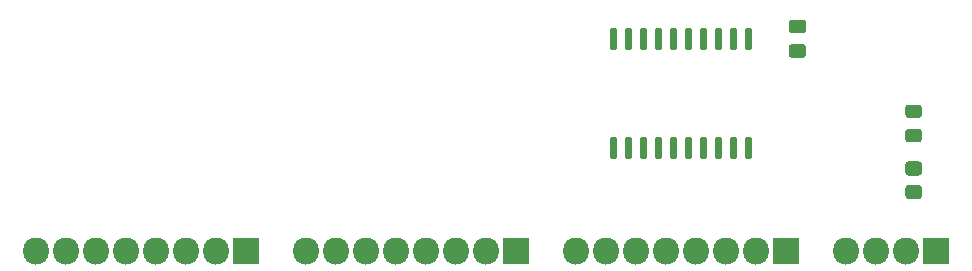
<source format=gbr>
G04 #@! TF.GenerationSoftware,KiCad,Pcbnew,(5.1.8)-1*
G04 #@! TF.CreationDate,2023-05-14T15:25:30+03:00*
G04 #@! TF.ProjectId,MOV,4d4f562e-6b69-4636-9164-5f7063625858,rev?*
G04 #@! TF.SameCoordinates,PX3a22d00PY2626d88*
G04 #@! TF.FileFunction,Soldermask,Top*
G04 #@! TF.FilePolarity,Negative*
%FSLAX46Y46*%
G04 Gerber Fmt 4.6, Leading zero omitted, Abs format (unit mm)*
G04 Created by KiCad (PCBNEW (5.1.8)-1) date 2023-05-14 15:25:30*
%MOMM*%
%LPD*%
G01*
G04 APERTURE LIST*
%ADD10O,2.200000X2.300000*%
%ADD11R,2.200000X2.300000*%
G04 APERTURE END LIST*
D10*
X71120000Y-24130000D03*
X73660000Y-24130000D03*
X76200000Y-24130000D03*
D11*
X78740000Y-24130000D03*
D10*
X48260000Y-24130000D03*
X50800000Y-24130000D03*
X53340000Y-24130000D03*
X55880000Y-24130000D03*
X58420000Y-24130000D03*
X60960000Y-24130000D03*
X63500000Y-24130000D03*
D11*
X66040000Y-24130000D03*
D10*
X25400000Y-24130000D03*
X27940000Y-24130000D03*
X30480000Y-24130000D03*
X33020000Y-24130000D03*
X35560000Y-24130000D03*
X38100000Y-24130000D03*
X40640000Y-24130000D03*
D11*
X43180000Y-24130000D03*
D10*
X2540000Y-24130000D03*
X5080000Y-24130000D03*
X7620000Y-24130000D03*
X10160000Y-24130000D03*
X12700000Y-24130000D03*
X15240000Y-24130000D03*
X17780000Y-24130000D03*
D11*
X20320000Y-24130000D03*
G36*
G01*
X62715000Y-5245000D02*
X63015000Y-5245000D01*
G75*
G02*
X63165000Y-5395000I0J-150000D01*
G01*
X63165000Y-6995000D01*
G75*
G02*
X63015000Y-7145000I-150000J0D01*
G01*
X62715000Y-7145000D01*
G75*
G02*
X62565000Y-6995000I0J150000D01*
G01*
X62565000Y-5395000D01*
G75*
G02*
X62715000Y-5245000I150000J0D01*
G01*
G37*
G36*
G01*
X61445000Y-5245000D02*
X61745000Y-5245000D01*
G75*
G02*
X61895000Y-5395000I0J-150000D01*
G01*
X61895000Y-6995000D01*
G75*
G02*
X61745000Y-7145000I-150000J0D01*
G01*
X61445000Y-7145000D01*
G75*
G02*
X61295000Y-6995000I0J150000D01*
G01*
X61295000Y-5395000D01*
G75*
G02*
X61445000Y-5245000I150000J0D01*
G01*
G37*
G36*
G01*
X60175000Y-5245000D02*
X60475000Y-5245000D01*
G75*
G02*
X60625000Y-5395000I0J-150000D01*
G01*
X60625000Y-6995000D01*
G75*
G02*
X60475000Y-7145000I-150000J0D01*
G01*
X60175000Y-7145000D01*
G75*
G02*
X60025000Y-6995000I0J150000D01*
G01*
X60025000Y-5395000D01*
G75*
G02*
X60175000Y-5245000I150000J0D01*
G01*
G37*
G36*
G01*
X58905000Y-5245000D02*
X59205000Y-5245000D01*
G75*
G02*
X59355000Y-5395000I0J-150000D01*
G01*
X59355000Y-6995000D01*
G75*
G02*
X59205000Y-7145000I-150000J0D01*
G01*
X58905000Y-7145000D01*
G75*
G02*
X58755000Y-6995000I0J150000D01*
G01*
X58755000Y-5395000D01*
G75*
G02*
X58905000Y-5245000I150000J0D01*
G01*
G37*
G36*
G01*
X57635000Y-5245000D02*
X57935000Y-5245000D01*
G75*
G02*
X58085000Y-5395000I0J-150000D01*
G01*
X58085000Y-6995000D01*
G75*
G02*
X57935000Y-7145000I-150000J0D01*
G01*
X57635000Y-7145000D01*
G75*
G02*
X57485000Y-6995000I0J150000D01*
G01*
X57485000Y-5395000D01*
G75*
G02*
X57635000Y-5245000I150000J0D01*
G01*
G37*
G36*
G01*
X56365000Y-5245000D02*
X56665000Y-5245000D01*
G75*
G02*
X56815000Y-5395000I0J-150000D01*
G01*
X56815000Y-6995000D01*
G75*
G02*
X56665000Y-7145000I-150000J0D01*
G01*
X56365000Y-7145000D01*
G75*
G02*
X56215000Y-6995000I0J150000D01*
G01*
X56215000Y-5395000D01*
G75*
G02*
X56365000Y-5245000I150000J0D01*
G01*
G37*
G36*
G01*
X55095000Y-5245000D02*
X55395000Y-5245000D01*
G75*
G02*
X55545000Y-5395000I0J-150000D01*
G01*
X55545000Y-6995000D01*
G75*
G02*
X55395000Y-7145000I-150000J0D01*
G01*
X55095000Y-7145000D01*
G75*
G02*
X54945000Y-6995000I0J150000D01*
G01*
X54945000Y-5395000D01*
G75*
G02*
X55095000Y-5245000I150000J0D01*
G01*
G37*
G36*
G01*
X53825000Y-5245000D02*
X54125000Y-5245000D01*
G75*
G02*
X54275000Y-5395000I0J-150000D01*
G01*
X54275000Y-6995000D01*
G75*
G02*
X54125000Y-7145000I-150000J0D01*
G01*
X53825000Y-7145000D01*
G75*
G02*
X53675000Y-6995000I0J150000D01*
G01*
X53675000Y-5395000D01*
G75*
G02*
X53825000Y-5245000I150000J0D01*
G01*
G37*
G36*
G01*
X52555000Y-5245000D02*
X52855000Y-5245000D01*
G75*
G02*
X53005000Y-5395000I0J-150000D01*
G01*
X53005000Y-6995000D01*
G75*
G02*
X52855000Y-7145000I-150000J0D01*
G01*
X52555000Y-7145000D01*
G75*
G02*
X52405000Y-6995000I0J150000D01*
G01*
X52405000Y-5395000D01*
G75*
G02*
X52555000Y-5245000I150000J0D01*
G01*
G37*
G36*
G01*
X51285000Y-5245000D02*
X51585000Y-5245000D01*
G75*
G02*
X51735000Y-5395000I0J-150000D01*
G01*
X51735000Y-6995000D01*
G75*
G02*
X51585000Y-7145000I-150000J0D01*
G01*
X51285000Y-7145000D01*
G75*
G02*
X51135000Y-6995000I0J150000D01*
G01*
X51135000Y-5395000D01*
G75*
G02*
X51285000Y-5245000I150000J0D01*
G01*
G37*
G36*
G01*
X51285000Y-14445000D02*
X51585000Y-14445000D01*
G75*
G02*
X51735000Y-14595000I0J-150000D01*
G01*
X51735000Y-16195000D01*
G75*
G02*
X51585000Y-16345000I-150000J0D01*
G01*
X51285000Y-16345000D01*
G75*
G02*
X51135000Y-16195000I0J150000D01*
G01*
X51135000Y-14595000D01*
G75*
G02*
X51285000Y-14445000I150000J0D01*
G01*
G37*
G36*
G01*
X52555000Y-14445000D02*
X52855000Y-14445000D01*
G75*
G02*
X53005000Y-14595000I0J-150000D01*
G01*
X53005000Y-16195000D01*
G75*
G02*
X52855000Y-16345000I-150000J0D01*
G01*
X52555000Y-16345000D01*
G75*
G02*
X52405000Y-16195000I0J150000D01*
G01*
X52405000Y-14595000D01*
G75*
G02*
X52555000Y-14445000I150000J0D01*
G01*
G37*
G36*
G01*
X53825000Y-14445000D02*
X54125000Y-14445000D01*
G75*
G02*
X54275000Y-14595000I0J-150000D01*
G01*
X54275000Y-16195000D01*
G75*
G02*
X54125000Y-16345000I-150000J0D01*
G01*
X53825000Y-16345000D01*
G75*
G02*
X53675000Y-16195000I0J150000D01*
G01*
X53675000Y-14595000D01*
G75*
G02*
X53825000Y-14445000I150000J0D01*
G01*
G37*
G36*
G01*
X55095000Y-14445000D02*
X55395000Y-14445000D01*
G75*
G02*
X55545000Y-14595000I0J-150000D01*
G01*
X55545000Y-16195000D01*
G75*
G02*
X55395000Y-16345000I-150000J0D01*
G01*
X55095000Y-16345000D01*
G75*
G02*
X54945000Y-16195000I0J150000D01*
G01*
X54945000Y-14595000D01*
G75*
G02*
X55095000Y-14445000I150000J0D01*
G01*
G37*
G36*
G01*
X56365000Y-14445000D02*
X56665000Y-14445000D01*
G75*
G02*
X56815000Y-14595000I0J-150000D01*
G01*
X56815000Y-16195000D01*
G75*
G02*
X56665000Y-16345000I-150000J0D01*
G01*
X56365000Y-16345000D01*
G75*
G02*
X56215000Y-16195000I0J150000D01*
G01*
X56215000Y-14595000D01*
G75*
G02*
X56365000Y-14445000I150000J0D01*
G01*
G37*
G36*
G01*
X57635000Y-14445000D02*
X57935000Y-14445000D01*
G75*
G02*
X58085000Y-14595000I0J-150000D01*
G01*
X58085000Y-16195000D01*
G75*
G02*
X57935000Y-16345000I-150000J0D01*
G01*
X57635000Y-16345000D01*
G75*
G02*
X57485000Y-16195000I0J150000D01*
G01*
X57485000Y-14595000D01*
G75*
G02*
X57635000Y-14445000I150000J0D01*
G01*
G37*
G36*
G01*
X58905000Y-14445000D02*
X59205000Y-14445000D01*
G75*
G02*
X59355000Y-14595000I0J-150000D01*
G01*
X59355000Y-16195000D01*
G75*
G02*
X59205000Y-16345000I-150000J0D01*
G01*
X58905000Y-16345000D01*
G75*
G02*
X58755000Y-16195000I0J150000D01*
G01*
X58755000Y-14595000D01*
G75*
G02*
X58905000Y-14445000I150000J0D01*
G01*
G37*
G36*
G01*
X60175000Y-14445000D02*
X60475000Y-14445000D01*
G75*
G02*
X60625000Y-14595000I0J-150000D01*
G01*
X60625000Y-16195000D01*
G75*
G02*
X60475000Y-16345000I-150000J0D01*
G01*
X60175000Y-16345000D01*
G75*
G02*
X60025000Y-16195000I0J150000D01*
G01*
X60025000Y-14595000D01*
G75*
G02*
X60175000Y-14445000I150000J0D01*
G01*
G37*
G36*
G01*
X61445000Y-14445000D02*
X61745000Y-14445000D01*
G75*
G02*
X61895000Y-14595000I0J-150000D01*
G01*
X61895000Y-16195000D01*
G75*
G02*
X61745000Y-16345000I-150000J0D01*
G01*
X61445000Y-16345000D01*
G75*
G02*
X61295000Y-16195000I0J150000D01*
G01*
X61295000Y-14595000D01*
G75*
G02*
X61445000Y-14445000I150000J0D01*
G01*
G37*
G36*
G01*
X62715000Y-14445000D02*
X63015000Y-14445000D01*
G75*
G02*
X63165000Y-14595000I0J-150000D01*
G01*
X63165000Y-16195000D01*
G75*
G02*
X63015000Y-16345000I-150000J0D01*
G01*
X62715000Y-16345000D01*
G75*
G02*
X62565000Y-16195000I0J150000D01*
G01*
X62565000Y-14595000D01*
G75*
G02*
X62715000Y-14445000I150000J0D01*
G01*
G37*
G36*
G01*
X67467500Y-7784500D02*
X66517500Y-7784500D01*
G75*
G02*
X66267500Y-7534500I0J250000D01*
G01*
X66267500Y-6859500D01*
G75*
G02*
X66517500Y-6609500I250000J0D01*
G01*
X67467500Y-6609500D01*
G75*
G02*
X67717500Y-6859500I0J-250000D01*
G01*
X67717500Y-7534500D01*
G75*
G02*
X67467500Y-7784500I-250000J0D01*
G01*
G37*
G36*
G01*
X67467500Y-5709500D02*
X66517500Y-5709500D01*
G75*
G02*
X66267500Y-5459500I0J250000D01*
G01*
X66267500Y-4784500D01*
G75*
G02*
X66517500Y-4534500I250000J0D01*
G01*
X67467500Y-4534500D01*
G75*
G02*
X67717500Y-4784500I0J-250000D01*
G01*
X67717500Y-5459500D01*
G75*
G02*
X67467500Y-5709500I-250000J0D01*
G01*
G37*
G36*
G01*
X77285001Y-14935000D02*
X76384999Y-14935000D01*
G75*
G02*
X76135000Y-14685001I0J249999D01*
G01*
X76135000Y-14034999D01*
G75*
G02*
X76384999Y-13785000I249999J0D01*
G01*
X77285001Y-13785000D01*
G75*
G02*
X77535000Y-14034999I0J-249999D01*
G01*
X77535000Y-14685001D01*
G75*
G02*
X77285001Y-14935000I-249999J0D01*
G01*
G37*
G36*
G01*
X77285001Y-12885000D02*
X76384999Y-12885000D01*
G75*
G02*
X76135000Y-12635001I0J249999D01*
G01*
X76135000Y-11984999D01*
G75*
G02*
X76384999Y-11735000I249999J0D01*
G01*
X77285001Y-11735000D01*
G75*
G02*
X77535000Y-11984999I0J-249999D01*
G01*
X77535000Y-12635001D01*
G75*
G02*
X77285001Y-12885000I-249999J0D01*
G01*
G37*
G36*
G01*
X76384999Y-16545000D02*
X77285001Y-16545000D01*
G75*
G02*
X77535000Y-16794999I0J-249999D01*
G01*
X77535000Y-17495001D01*
G75*
G02*
X77285001Y-17745000I-249999J0D01*
G01*
X76384999Y-17745000D01*
G75*
G02*
X76135000Y-17495001I0J249999D01*
G01*
X76135000Y-16794999D01*
G75*
G02*
X76384999Y-16545000I249999J0D01*
G01*
G37*
G36*
G01*
X76384999Y-18545000D02*
X77285001Y-18545000D01*
G75*
G02*
X77535000Y-18794999I0J-249999D01*
G01*
X77535000Y-19495001D01*
G75*
G02*
X77285001Y-19745000I-249999J0D01*
G01*
X76384999Y-19745000D01*
G75*
G02*
X76135000Y-19495001I0J249999D01*
G01*
X76135000Y-18794999D01*
G75*
G02*
X76384999Y-18545000I249999J0D01*
G01*
G37*
M02*

</source>
